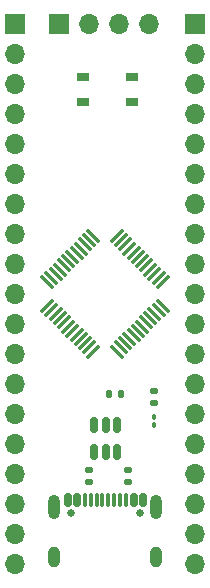
<source format=gbr>
%TF.GenerationSoftware,KiCad,Pcbnew,9.0.0*%
%TF.CreationDate,2025-08-25T15:59:45-02:30*%
%TF.ProjectId,STM32_PCB_Test_Project,53544d33-325f-4504-9342-5f546573745f,rev?*%
%TF.SameCoordinates,Original*%
%TF.FileFunction,Soldermask,Top*%
%TF.FilePolarity,Negative*%
%FSLAX46Y46*%
G04 Gerber Fmt 4.6, Leading zero omitted, Abs format (unit mm)*
G04 Created by KiCad (PCBNEW 9.0.0) date 2025-08-25 15:59:45*
%MOMM*%
%LPD*%
G01*
G04 APERTURE LIST*
G04 Aperture macros list*
%AMRoundRect*
0 Rectangle with rounded corners*
0 $1 Rounding radius*
0 $2 $3 $4 $5 $6 $7 $8 $9 X,Y pos of 4 corners*
0 Add a 4 corners polygon primitive as box body*
4,1,4,$2,$3,$4,$5,$6,$7,$8,$9,$2,$3,0*
0 Add four circle primitives for the rounded corners*
1,1,$1+$1,$2,$3*
1,1,$1+$1,$4,$5*
1,1,$1+$1,$6,$7*
1,1,$1+$1,$8,$9*
0 Add four rect primitives between the rounded corners*
20,1,$1+$1,$2,$3,$4,$5,0*
20,1,$1+$1,$4,$5,$6,$7,0*
20,1,$1+$1,$6,$7,$8,$9,0*
20,1,$1+$1,$8,$9,$2,$3,0*%
G04 Aperture macros list end*
%ADD10R,1.700000X1.700000*%
%ADD11O,1.700000X1.700000*%
%ADD12RoundRect,0.135000X-0.185000X0.135000X-0.185000X-0.135000X0.185000X-0.135000X0.185000X0.135000X0*%
%ADD13R,1.050000X0.650000*%
%ADD14RoundRect,0.075000X0.415425X0.521491X-0.521491X-0.415425X-0.415425X-0.521491X0.521491X0.415425X0*%
%ADD15RoundRect,0.075000X-0.415425X0.521491X-0.521491X0.415425X0.415425X-0.521491X0.521491X-0.415425X0*%
%ADD16RoundRect,0.135000X0.135000X0.185000X-0.135000X0.185000X-0.135000X-0.185000X0.135000X-0.185000X0*%
%ADD17RoundRect,0.150000X0.150000X-0.512500X0.150000X0.512500X-0.150000X0.512500X-0.150000X-0.512500X0*%
%ADD18RoundRect,0.100000X-0.100000X0.130000X-0.100000X-0.130000X0.100000X-0.130000X0.100000X0.130000X0*%
%ADD19RoundRect,0.135000X0.185000X-0.135000X0.185000X0.135000X-0.185000X0.135000X-0.185000X-0.135000X0*%
%ADD20C,0.650000*%
%ADD21RoundRect,0.150000X-0.150000X-0.425000X0.150000X-0.425000X0.150000X0.425000X-0.150000X0.425000X0*%
%ADD22RoundRect,0.075000X-0.075000X-0.500000X0.075000X-0.500000X0.075000X0.500000X-0.075000X0.500000X0*%
%ADD23O,1.000000X2.100000*%
%ADD24O,1.000000X1.800000*%
G04 APERTURE END LIST*
D10*
%TO.C,J2*%
X157025000Y-74675000D03*
D11*
X159565000Y-74675000D03*
X162105000Y-74675000D03*
X164645000Y-74675000D03*
%TD*%
D12*
%TO.C,R3*%
X162800000Y-112390000D03*
X162800000Y-113410000D03*
%TD*%
D13*
%TO.C,SW1*%
X159000000Y-79100000D03*
X163150000Y-79100000D03*
X159000000Y-81250000D03*
X163150000Y-81250000D03*
%TD*%
D10*
%TO.C,J4*%
X168515000Y-74650000D03*
D11*
X168515000Y-77190000D03*
X168515000Y-79730000D03*
X168515000Y-82270000D03*
X168515000Y-84810000D03*
X168515000Y-87350000D03*
X168515000Y-89890000D03*
X168515000Y-92430000D03*
X168515000Y-94970000D03*
X168515000Y-97510000D03*
X168515000Y-100050000D03*
X168515000Y-102590000D03*
X168515000Y-105130000D03*
X168515000Y-107670000D03*
X168515000Y-110210000D03*
X168515000Y-112750000D03*
X168515000Y-115290000D03*
X168515000Y-117830000D03*
X168515000Y-120370000D03*
%TD*%
D10*
%TO.C,J3*%
X153275000Y-74650000D03*
D11*
X153275000Y-77190000D03*
X153275000Y-79730000D03*
X153275000Y-82270000D03*
X153275000Y-84810000D03*
X153275000Y-87350000D03*
X153275000Y-89890000D03*
X153275000Y-92430000D03*
X153275000Y-94970000D03*
X153275000Y-97510000D03*
X153275000Y-100050000D03*
X153275000Y-102590000D03*
X153275000Y-105130000D03*
X153275000Y-107670000D03*
X153275000Y-110210000D03*
X153275000Y-112750000D03*
X153275000Y-115290000D03*
X153275000Y-117830000D03*
X153275000Y-120370000D03*
%TD*%
D14*
%TO.C,U1*%
X165782876Y-96501212D03*
X165429322Y-96147658D03*
X165075769Y-95794105D03*
X164722215Y-95440551D03*
X164368662Y-95086998D03*
X164015109Y-94733445D03*
X163661555Y-94379891D03*
X163308002Y-94026338D03*
X162954449Y-93672785D03*
X162600895Y-93319231D03*
X162247342Y-92965678D03*
X161893788Y-92612124D03*
D15*
X159896212Y-92612124D03*
X159542658Y-92965678D03*
X159189105Y-93319231D03*
X158835551Y-93672785D03*
X158481998Y-94026338D03*
X158128445Y-94379891D03*
X157774891Y-94733445D03*
X157421338Y-95086998D03*
X157067785Y-95440551D03*
X156714231Y-95794105D03*
X156360678Y-96147658D03*
X156007124Y-96501212D03*
D14*
X156007124Y-98498788D03*
X156360678Y-98852342D03*
X156714231Y-99205895D03*
X157067785Y-99559449D03*
X157421338Y-99913002D03*
X157774891Y-100266555D03*
X158128445Y-100620109D03*
X158481998Y-100973662D03*
X158835551Y-101327215D03*
X159189105Y-101680769D03*
X159542658Y-102034322D03*
X159896212Y-102387876D03*
D15*
X161893788Y-102387876D03*
X162247342Y-102034322D03*
X162600895Y-101680769D03*
X162954449Y-101327215D03*
X163308002Y-100973662D03*
X163661555Y-100620109D03*
X164015109Y-100266555D03*
X164368662Y-99913002D03*
X164722215Y-99559449D03*
X165075769Y-99205895D03*
X165429322Y-98852342D03*
X165782876Y-98498788D03*
%TD*%
D16*
%TO.C,R4*%
X162220000Y-106000000D03*
X161200000Y-106000000D03*
%TD*%
D12*
%TO.C,R2*%
X159500000Y-112440000D03*
X159500000Y-113460000D03*
%TD*%
D17*
%TO.C,U2*%
X160000000Y-110862500D03*
X160950000Y-110862500D03*
X161900000Y-110862500D03*
X161900000Y-108587500D03*
X160950000Y-108587500D03*
X160000000Y-108587500D03*
%TD*%
D18*
%TO.C,D1*%
X165075000Y-107930000D03*
X165075000Y-108570000D03*
%TD*%
D19*
%TO.C,R5*%
X165075000Y-106785000D03*
X165075000Y-105765000D03*
%TD*%
D20*
%TO.C,J1*%
X158035000Y-116060000D03*
X163815000Y-116060000D03*
D21*
X157725000Y-114985000D03*
X158525000Y-114985000D03*
D22*
X159675000Y-114985000D03*
X160675000Y-114985000D03*
X161175000Y-114985000D03*
X162175000Y-114985000D03*
D21*
X163325000Y-114985000D03*
X164125000Y-114985000D03*
X164125000Y-114985000D03*
X163325000Y-114985000D03*
D22*
X162675000Y-114985000D03*
X161675000Y-114985000D03*
X160175000Y-114985000D03*
X159175000Y-114985000D03*
D21*
X158525000Y-114985000D03*
X157725000Y-114985000D03*
D23*
X156605000Y-115560000D03*
D24*
X156605000Y-119740000D03*
D23*
X165245000Y-115560000D03*
D24*
X165245000Y-119740000D03*
%TD*%
M02*

</source>
